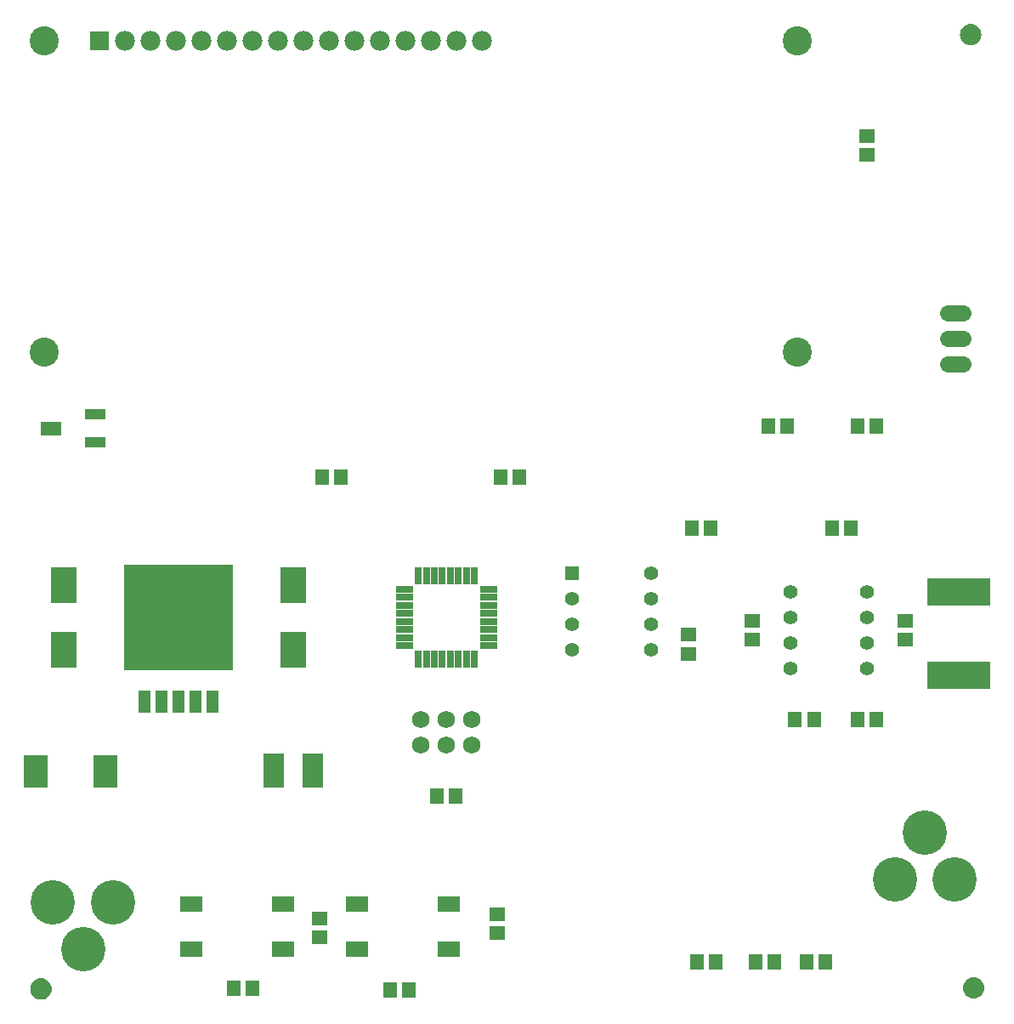
<source format=gts>
G04 EAGLE Gerber RS-274X export*
G75*
%MOMM*%
%FSLAX34Y34*%
%LPD*%
%INSoldermask Top*%
%IPPOS*%
%AMOC8*
5,1,8,0,0,1.08239X$1,22.5*%
G01*
%ADD10R,1.601600X1.401600*%
%ADD11R,2.601600X3.601600*%
%ADD12R,1.401600X1.601600*%
%ADD13R,2.351600X3.281600*%
%ADD14R,2.209800X1.498600*%
%ADD15R,10.901600X10.511600*%
%ADD16R,1.168400X2.260600*%
%ADD17C,1.422400*%
%ADD18C,1.727200*%
%ADD19C,4.419600*%
%ADD20R,2.001600X3.501600*%
%ADD21R,1.981200X1.981200*%
%ADD22C,1.981200*%
%ADD23C,2.901600*%
%ADD24C,1.625600*%
%ADD25R,2.101600X1.001600*%
%ADD26R,2.101600X1.401600*%
%ADD27R,6.301600X2.801600*%
%ADD28C,1.409600*%
%ADD29R,1.409600X1.409600*%
%ADD30R,0.651600X1.701600*%
%ADD31R,1.701600X0.651600*%

G36*
X955792Y963520D02*
X955792Y963520D01*
X955835Y963532D01*
X955901Y963539D01*
X957584Y963990D01*
X957625Y964009D01*
X957688Y964028D01*
X959268Y964765D01*
X959305Y964791D01*
X959364Y964820D01*
X960792Y965820D01*
X960823Y965852D01*
X960876Y965891D01*
X962109Y967124D01*
X962134Y967160D01*
X962180Y967208D01*
X963180Y968636D01*
X963198Y968677D01*
X963235Y968732D01*
X963972Y970312D01*
X963983Y970355D01*
X964010Y970416D01*
X964461Y972099D01*
X964463Y972131D01*
X964470Y972152D01*
X964470Y972167D01*
X964480Y972208D01*
X964632Y973945D01*
X964628Y973989D01*
X964632Y974055D01*
X964480Y975792D01*
X964468Y975835D01*
X964461Y975901D01*
X964010Y977584D01*
X963991Y977625D01*
X963972Y977688D01*
X963235Y979268D01*
X963209Y979305D01*
X963180Y979364D01*
X962180Y980792D01*
X962148Y980823D01*
X962109Y980876D01*
X960876Y982109D01*
X960840Y982134D01*
X960792Y982180D01*
X959364Y983180D01*
X959323Y983198D01*
X959268Y983235D01*
X957688Y983972D01*
X957645Y983983D01*
X957584Y984010D01*
X955901Y984461D01*
X955856Y984464D01*
X955792Y984480D01*
X954055Y984632D01*
X954011Y984628D01*
X953945Y984632D01*
X952208Y984480D01*
X952165Y984468D01*
X952099Y984461D01*
X950416Y984010D01*
X950375Y983991D01*
X950312Y983972D01*
X948732Y983235D01*
X948695Y983209D01*
X948636Y983180D01*
X947208Y982180D01*
X947177Y982148D01*
X947124Y982109D01*
X945891Y980876D01*
X945866Y980840D01*
X945820Y980792D01*
X944820Y979364D01*
X944802Y979323D01*
X944765Y979268D01*
X944028Y977688D01*
X944017Y977645D01*
X943990Y977584D01*
X943539Y975901D01*
X943536Y975856D01*
X943520Y975792D01*
X943368Y974055D01*
X943372Y974011D01*
X943368Y973945D01*
X943520Y972208D01*
X943532Y972165D01*
X943536Y972131D01*
X943536Y972115D01*
X943538Y972110D01*
X943539Y972099D01*
X943990Y970416D01*
X944009Y970375D01*
X944028Y970312D01*
X944765Y968732D01*
X944791Y968695D01*
X944820Y968636D01*
X945820Y967208D01*
X945852Y967177D01*
X945891Y967124D01*
X947124Y965891D01*
X947160Y965866D01*
X947208Y965820D01*
X948636Y964820D01*
X948677Y964802D01*
X948732Y964765D01*
X950312Y964028D01*
X950355Y964017D01*
X950416Y963990D01*
X952099Y963539D01*
X952144Y963536D01*
X952208Y963520D01*
X953945Y963368D01*
X953989Y963372D01*
X954055Y963368D01*
X955792Y963520D01*
G37*
G36*
X958792Y14520D02*
X958792Y14520D01*
X958835Y14532D01*
X958901Y14539D01*
X960584Y14990D01*
X960625Y15009D01*
X960688Y15028D01*
X962268Y15765D01*
X962305Y15791D01*
X962364Y15820D01*
X963792Y16820D01*
X963823Y16852D01*
X963876Y16891D01*
X965109Y18124D01*
X965134Y18160D01*
X965180Y18208D01*
X966180Y19636D01*
X966198Y19677D01*
X966235Y19732D01*
X966972Y21312D01*
X966983Y21355D01*
X967010Y21416D01*
X967461Y23099D01*
X967463Y23131D01*
X967470Y23152D01*
X967470Y23167D01*
X967480Y23208D01*
X967632Y24945D01*
X967628Y24989D01*
X967632Y25055D01*
X967480Y26792D01*
X967468Y26835D01*
X967461Y26901D01*
X967010Y28584D01*
X966991Y28625D01*
X966972Y28688D01*
X966235Y30268D01*
X966209Y30305D01*
X966180Y30364D01*
X965180Y31792D01*
X965148Y31823D01*
X965109Y31876D01*
X963876Y33109D01*
X963840Y33134D01*
X963792Y33180D01*
X962364Y34180D01*
X962323Y34198D01*
X962268Y34235D01*
X960688Y34972D01*
X960645Y34983D01*
X960584Y35010D01*
X958901Y35461D01*
X958856Y35464D01*
X958792Y35480D01*
X957055Y35632D01*
X957011Y35628D01*
X956945Y35632D01*
X955208Y35480D01*
X955165Y35468D01*
X955099Y35461D01*
X953416Y35010D01*
X953375Y34991D01*
X953312Y34972D01*
X951732Y34235D01*
X951695Y34209D01*
X951636Y34180D01*
X950208Y33180D01*
X950177Y33148D01*
X950124Y33109D01*
X948891Y31876D01*
X948866Y31840D01*
X948820Y31792D01*
X947820Y30364D01*
X947802Y30323D01*
X947765Y30268D01*
X947028Y28688D01*
X947017Y28645D01*
X946990Y28584D01*
X946539Y26901D01*
X946536Y26856D01*
X946520Y26792D01*
X946368Y25055D01*
X946372Y25011D01*
X946368Y24945D01*
X946520Y23208D01*
X946532Y23165D01*
X946536Y23131D01*
X946536Y23115D01*
X946538Y23110D01*
X946539Y23099D01*
X946990Y21416D01*
X947009Y21375D01*
X947028Y21312D01*
X947765Y19732D01*
X947791Y19695D01*
X947820Y19636D01*
X948820Y18208D01*
X948852Y18177D01*
X948891Y18124D01*
X950124Y16891D01*
X950160Y16866D01*
X950208Y16820D01*
X951636Y15820D01*
X951677Y15802D01*
X951732Y15765D01*
X953312Y15028D01*
X953355Y15017D01*
X953416Y14990D01*
X955099Y14539D01*
X955144Y14536D01*
X955208Y14520D01*
X956945Y14368D01*
X956989Y14372D01*
X957055Y14368D01*
X958792Y14520D01*
G37*
G36*
X29792Y13520D02*
X29792Y13520D01*
X29835Y13532D01*
X29901Y13539D01*
X31584Y13990D01*
X31625Y14009D01*
X31688Y14028D01*
X33268Y14765D01*
X33305Y14791D01*
X33364Y14820D01*
X34792Y15820D01*
X34823Y15852D01*
X34876Y15891D01*
X36109Y17124D01*
X36134Y17160D01*
X36180Y17208D01*
X37180Y18636D01*
X37198Y18677D01*
X37235Y18732D01*
X37972Y20312D01*
X37983Y20355D01*
X38010Y20416D01*
X38461Y22099D01*
X38463Y22131D01*
X38470Y22152D01*
X38470Y22167D01*
X38480Y22208D01*
X38632Y23945D01*
X38628Y23989D01*
X38632Y24055D01*
X38480Y25792D01*
X38468Y25835D01*
X38461Y25901D01*
X38010Y27584D01*
X37991Y27625D01*
X37972Y27688D01*
X37235Y29268D01*
X37209Y29305D01*
X37180Y29364D01*
X36180Y30792D01*
X36148Y30823D01*
X36109Y30876D01*
X34876Y32109D01*
X34840Y32134D01*
X34792Y32180D01*
X33364Y33180D01*
X33323Y33198D01*
X33268Y33235D01*
X31688Y33972D01*
X31645Y33983D01*
X31584Y34010D01*
X29901Y34461D01*
X29856Y34464D01*
X29792Y34480D01*
X28055Y34632D01*
X28011Y34628D01*
X27945Y34632D01*
X26208Y34480D01*
X26165Y34468D01*
X26099Y34461D01*
X24416Y34010D01*
X24375Y33991D01*
X24312Y33972D01*
X22732Y33235D01*
X22695Y33209D01*
X22636Y33180D01*
X21208Y32180D01*
X21177Y32148D01*
X21124Y32109D01*
X19891Y30876D01*
X19866Y30840D01*
X19820Y30792D01*
X18820Y29364D01*
X18802Y29323D01*
X18765Y29268D01*
X18028Y27688D01*
X18017Y27645D01*
X17990Y27584D01*
X17539Y25901D01*
X17536Y25856D01*
X17520Y25792D01*
X17368Y24055D01*
X17372Y24011D01*
X17368Y23945D01*
X17520Y22208D01*
X17532Y22165D01*
X17536Y22131D01*
X17536Y22115D01*
X17538Y22110D01*
X17539Y22099D01*
X17990Y20416D01*
X18009Y20375D01*
X18028Y20312D01*
X18765Y18732D01*
X18791Y18695D01*
X18820Y18636D01*
X19820Y17208D01*
X19852Y17177D01*
X19891Y17124D01*
X21124Y15891D01*
X21160Y15866D01*
X21208Y15820D01*
X22636Y14820D01*
X22677Y14802D01*
X22732Y14765D01*
X24312Y14028D01*
X24355Y14017D01*
X24416Y13990D01*
X26099Y13539D01*
X26144Y13536D01*
X26208Y13520D01*
X27945Y13368D01*
X27989Y13372D01*
X28055Y13368D01*
X29792Y13520D01*
G37*
D10*
X673100Y357500D03*
X673100Y376500D03*
D11*
X50800Y426200D03*
X50800Y361200D03*
X279400Y426200D03*
X279400Y361200D03*
D12*
X422300Y215900D03*
X441300Y215900D03*
X816000Y482600D03*
X835000Y482600D03*
D10*
X482600Y79400D03*
X482600Y98400D03*
X305800Y75400D03*
X305800Y94400D03*
D12*
X308000Y533400D03*
X327000Y533400D03*
D13*
X22950Y240300D03*
X92050Y240300D03*
D14*
X177800Y63500D03*
X268986Y63500D03*
X177800Y108458D03*
X268986Y108458D03*
D15*
X165100Y393700D03*
D16*
X131064Y310388D03*
X148082Y310388D03*
X165100Y310388D03*
X182118Y310388D03*
X199136Y310388D03*
D17*
X774700Y419100D03*
X774700Y393700D03*
X850900Y393700D03*
X850900Y419100D03*
X774700Y368300D03*
X774700Y342900D03*
X850900Y368300D03*
X850900Y342900D03*
D14*
X342900Y63500D03*
X434086Y63500D03*
X342900Y108458D03*
X434086Y108458D03*
D18*
X431800Y266700D03*
X431800Y292100D03*
X406400Y292100D03*
X406400Y266700D03*
X457200Y266700D03*
X457200Y292100D03*
D19*
X878300Y132800D03*
X938300Y132800D03*
X908300Y179800D03*
X99900Y110200D03*
X39900Y110200D03*
X69900Y63200D03*
D20*
X259900Y241300D03*
X298900Y241300D03*
D21*
X86400Y967800D03*
D22*
X111800Y967800D03*
X137200Y967800D03*
X162600Y967800D03*
X188000Y967800D03*
X213400Y967800D03*
X238800Y967800D03*
X264200Y967800D03*
X289600Y967800D03*
X315000Y967800D03*
X340400Y967800D03*
X365800Y967800D03*
X391200Y967800D03*
X416600Y967800D03*
X442000Y967800D03*
X467400Y967800D03*
D23*
X31400Y967800D03*
X31400Y657800D03*
X781400Y967800D03*
X781400Y657800D03*
D24*
X931580Y697300D02*
X946820Y697300D01*
X946820Y671900D02*
X931580Y671900D01*
X931580Y646500D02*
X946820Y646500D01*
D12*
X485800Y533400D03*
X504800Y533400D03*
D10*
X850900Y854100D03*
X850900Y873100D03*
D12*
X394500Y22600D03*
X375500Y22600D03*
X860400Y292100D03*
X841400Y292100D03*
X790600Y50800D03*
X809600Y50800D03*
X739800Y50800D03*
X758800Y50800D03*
D25*
X82200Y567800D03*
D26*
X38200Y581800D03*
D25*
X82200Y595800D03*
D27*
X941800Y419402D03*
X941800Y336598D03*
D10*
X889000Y390500D03*
X889000Y371500D03*
D12*
X676300Y482600D03*
X695300Y482600D03*
D10*
X736600Y371500D03*
X736600Y390500D03*
D12*
X752500Y584200D03*
X771500Y584200D03*
X841400Y584200D03*
X860400Y584200D03*
X681300Y50800D03*
X700300Y50800D03*
X798100Y291900D03*
X779100Y291900D03*
X238900Y24600D03*
X219900Y24600D03*
D28*
X556850Y387000D03*
X556850Y412400D03*
X556850Y361600D03*
D29*
X556850Y437800D03*
D28*
X635550Y361600D03*
X635550Y437800D03*
X635550Y387000D03*
X635550Y412400D03*
D30*
X459800Y435500D03*
X451800Y435500D03*
X443800Y435500D03*
X435800Y435500D03*
X427800Y435500D03*
X419800Y435500D03*
X411800Y435500D03*
X403800Y435500D03*
D31*
X390000Y421700D03*
X390000Y413700D03*
X390000Y405700D03*
X390000Y397700D03*
X390000Y389700D03*
X390000Y381700D03*
X390000Y373700D03*
X390000Y365700D03*
D30*
X403800Y351900D03*
X411800Y351900D03*
X419800Y351900D03*
X427800Y351900D03*
X435800Y351900D03*
X443800Y351900D03*
X451800Y351900D03*
X459800Y351900D03*
D31*
X473600Y365700D03*
X473600Y373700D03*
X473600Y381700D03*
X473600Y389700D03*
X473600Y397700D03*
X473600Y405700D03*
X473600Y413700D03*
X473600Y421700D03*
M02*

</source>
